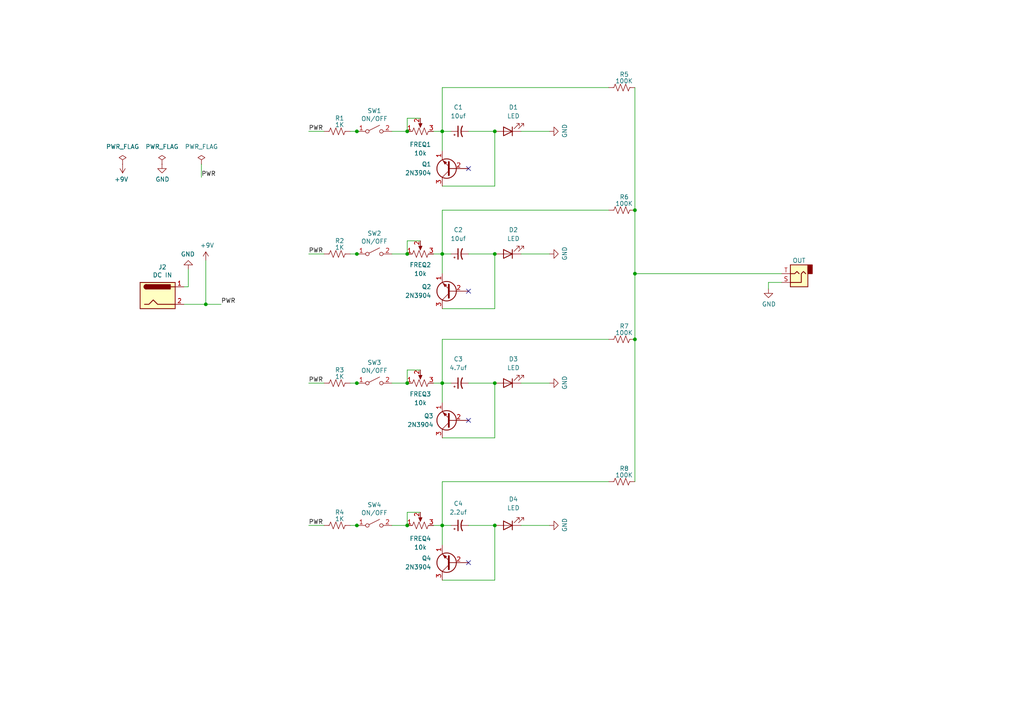
<source format=kicad_sch>
(kicad_sch (version 20211123) (generator eeschema)
  (paper "A4")
  (lib_symbols
    (symbol "Connector:AudioJack2"
      (property "Reference" "J" (at 0 8.89 0))
      (property "Value" "AudioJack2" (at 0 6.35 0))
      (symbol "AudioJack2_0_1"
        (rectangle (start -3.81 0) (end -2.54 -2.54) (stroke (width 0.254)) (fill (type outline)))
        (rectangle (start -2.54 3.81) (end 2.54 -2.54) (stroke (width 0.254)) (fill (type background)))
        (polyline (pts (xy 0 0) (xy 0.635 -0.635) (xy 1.27 0) (xy 2.54 0)) (stroke (width 0.254)))
        (polyline (pts (xy 2.54 2.54) (xy -0.635 2.54) (xy -0.635 0) (xy -1.27 -0.635) (xy -1.905 0)) (stroke (width 0.254)))
      )
      (symbol "AudioJack2_1_1"
        (pin passive line (at 5.08 2.54 180) (length 2.54) (name "~") (number "S"))
        (pin passive line (at 5.08 0 180) (length 2.54) (name "~") (number "T"))
      )
    )
    (symbol "Connector:Jack-DC" (pin_names (offset 1.016))
      (property "Reference" "J" (at 0 5.334 0))
      (property "Value" "Jack-DC" (at 0 -5.08 0))
      (symbol "Jack-DC_0_1"
        (rectangle (start -5.08 3.81) (end 5.08 -3.81) (stroke (width 0.254)) (fill (type background)))
        (arc (start -3.302 3.175) (mid -3.937 2.54) (end -3.302 1.905) (stroke (width 0.254)))
        (arc (start -3.302 3.175) (mid -3.937 2.54) (end -3.302 1.905) (stroke (width 0.254)) (fill (type outline)))
        (polyline (pts (xy 5.08 2.54) (xy 3.81 2.54)) (stroke (width 0.254)))
        (polyline (pts (xy -3.81 -2.54) (xy -2.54 -2.54) (xy -1.27 -1.27) (xy 0 -2.54) (xy 2.54 -2.54) (xy 5.08 -2.54)) (stroke (width 0.254)))
        (rectangle (start 3.683 3.175) (end -3.302 1.905) (stroke (width 0.254)) (fill (type outline)))
      )
      (symbol "Jack-DC_1_1"
        (pin passive line (at 7.62 2.54 180) (length 2.54) (name "~") (number "1"))
        (pin passive line (at 7.62 -2.54 180) (length 2.54) (name "~") (number "2"))
      )
    )
    (symbol "Device:C_Polarized_Small_US" (pin_numbers hide) (pin_names (offset 0.254) hide)
      (property "Reference" "C" (at 0.254 1.778 0))
      (property "Value" "C_Polarized_Small_US" (at 0.254 -2.032 0))
      (symbol "C_Polarized_Small_US_0_1"
        (polyline (pts (xy -1.524 0.508) (xy 1.524 0.508)) (stroke (width 0.3048)))
        (polyline (pts (xy -1.27 1.524) (xy -0.762 1.524)))
        (polyline (pts (xy -1.016 1.27) (xy -1.016 1.778)))
        (arc (start 1.524 -0.762) (mid 0 -0.3734) (end -1.524 -0.762) (stroke (width 0.3048)))
      )
      (symbol "C_Polarized_Small_US_1_1"
        (pin passive line (at 0 2.54 270) (length 2.032) (name "~") (number "1"))
        (pin passive line (at 0 -2.54 90) (length 2.032) (name "~") (number "2"))
      )
    )
    (symbol "Device:LED" (pin_numbers hide) (pin_names (offset 1.016) hide)
      (property "Reference" "D" (at 0 2.54 0))
      (property "Value" "LED" (at 0 -2.54 0))
      (symbol "LED_0_1"
        (polyline (pts (xy -1.27 -1.27) (xy -1.27 1.27)) (stroke (width 0.254)))
        (polyline (pts (xy -1.27 0) (xy 1.27 0)))
        (polyline (pts (xy 1.27 -1.27) (xy 1.27 1.27) (xy -1.27 0) (xy 1.27 -1.27)) (stroke (width 0.254)))
        (polyline (pts (xy -3.048 -0.762) (xy -4.572 -2.286) (xy -3.81 -2.286) (xy -4.572 -2.286) (xy -4.572 -1.524)))
        (polyline (pts (xy -1.778 -0.762) (xy -3.302 -2.286) (xy -2.54 -2.286) (xy -3.302 -2.286) (xy -3.302 -1.524)))
      )
      (symbol "LED_1_1"
        (pin passive line (at -3.81 0 0) (length 2.54) (name "K") (number "1"))
        (pin passive line (at 3.81 0 180) (length 2.54) (name "A") (number "2"))
      )
    )
    (symbol "Device:R_Potentiometer_US" (pin_names (offset 1.016) hide)
      (property "Reference" "RV" (at -4.445 0 90))
      (property "Value" "R_Potentiometer_US" (at -2.54 0 90))
      (symbol "R_Potentiometer_US_0_1"
        (polyline (pts (xy 0 -2.286) (xy 0 -2.54)))
        (polyline (pts (xy 0 2.54) (xy 0 2.286)))
        (polyline (pts (xy 2.54 0) (xy 1.524 0)))
        (polyline (pts (xy 1.143 0) (xy 2.286 0.508) (xy 2.286 -0.508) (xy 1.143 0)) (fill (type outline)))
        (polyline (pts (xy 0 -0.762) (xy 1.016 -1.143) (xy 0 -1.524) (xy -1.016 -1.905) (xy 0 -2.286)))
        (polyline (pts (xy 0 0.762) (xy 1.016 0.381) (xy 0 0) (xy -1.016 -0.381) (xy 0 -0.762)))
        (polyline (pts (xy 0 2.286) (xy 1.016 1.905) (xy 0 1.524) (xy -1.016 1.143) (xy 0 0.762)))
      )
      (symbol "R_Potentiometer_US_1_1"
        (pin passive line (at 0 3.81 270) (length 1.27) (name "1") (number "1"))
        (pin passive line (at 3.81 0 180) (length 1.27) (name "2") (number "2"))
        (pin passive line (at 0 -3.81 90) (length 1.27) (name "3") (number "3"))
      )
    )
    (symbol "Device:R_US" (pin_numbers hide) (pin_names (offset 0))
      (property "Reference" "R" (at 2.54 0 90))
      (property "Value" "R_US" (at -2.54 0 90))
      (symbol "R_US_0_1"
        (polyline (pts (xy 0 -2.286) (xy 0 -2.54)))
        (polyline (pts (xy 0 2.286) (xy 0 2.54)))
        (polyline (pts (xy 0 -0.762) (xy 1.016 -1.143) (xy 0 -1.524) (xy -1.016 -1.905) (xy 0 -2.286)))
        (polyline (pts (xy 0 0.762) (xy 1.016 0.381) (xy 0 0) (xy -1.016 -0.381) (xy 0 -0.762)))
        (polyline (pts (xy 0 2.286) (xy 1.016 1.905) (xy 0 1.524) (xy -1.016 1.143) (xy 0 0.762)))
      )
      (symbol "R_US_1_1"
        (pin passive line (at 0 3.81 270) (length 1.27) (name "~") (number "1"))
        (pin passive line (at 0 -3.81 90) (length 1.27) (name "~") (number "2"))
      )
    )
    (symbol "Switch:SW_SPST" (pin_names (offset 0) hide)
      (property "Reference" "SW" (at 0 3.175 0))
      (property "Value" "SW_SPST" (at 0 -2.54 0))
      (symbol "SW_SPST_0_0"
        (circle (center -2.032 0) (radius 0.508))
        (polyline (pts (xy -1.524 0.254) (xy 1.524 1.778)))
        (circle (center 2.032 0) (radius 0.508))
      )
      (symbol "SW_SPST_1_1"
        (pin passive line (at -5.08 0 0) (length 2.54) (name "A") (number "1"))
        (pin passive line (at 5.08 0 180) (length 2.54) (name "B") (number "2"))
      )
    )
    (symbol "Transistor_BJT:2N3904" (pin_names (offset 0) hide)
      (property "Reference" "Q" (at 5.08 1.905 0))
      (property "Value" "2N3904" (at 5.08 0 0))
      (symbol "2N3904_0_1"
        (polyline (pts (xy 0.635 0.635) (xy 2.54 2.54)))
        (polyline (pts (xy 0.635 -0.635) (xy 2.54 -2.54) (xy 2.54 -2.54)))
        (polyline (pts (xy 0.635 1.905) (xy 0.635 -1.905) (xy 0.635 -1.905)) (stroke (width 0.508)))
        (polyline (pts (xy 1.27 -1.778) (xy 1.778 -1.27) (xy 2.286 -2.286) (xy 1.27 -1.778) (xy 1.27 -1.778)) (fill (type outline)))
        (circle (center 1.27 0) (radius 2.8194) (stroke (width 0.254)))
      )
      (symbol "2N3904_1_1"
        (pin passive line (at 2.54 -5.08 90) (length 2.54) (name "E") (number "1"))
        (pin passive line (at -5.08 0 0) (length 5.715) (name "B") (number "2"))
        (pin passive line (at 2.54 5.08 270) (length 2.54) (name "C") (number "3"))
      )
    )
    (symbol "power:+9V" (power) (pin_names (offset 0))
      (property "Value" "+9V" (at 0 3.556 0))
      (symbol "+9V_0_1"
        (polyline (pts (xy -0.762 1.27) (xy 0 2.54)))
        (polyline (pts (xy 0 0) (xy 0 2.54)))
        (polyline (pts (xy 0 2.54) (xy 0.762 1.27)))
      )
      (symbol "+9V_1_1"
        (pin power_in line (at 0 0 90) (length 0) hide (name "+9V") (number "1"))
      )
    )
    (symbol "power:GND" (power) (pin_names (offset 0))
      (property "Value" "GND" (at 0 -3.81 0))
      (symbol "GND_0_1"
        (polyline (pts (xy 0 0) (xy 0 -1.27) (xy 1.27 -1.27) (xy 0 -2.54) (xy -1.27 -1.27) (xy 0 -1.27)))
      )
      (symbol "GND_1_1"
        (pin power_in line (at 0 0 270) (length 0) hide (name "GND") (number "1"))
      )
    )
    (symbol "power:PWR_FLAG" (power) (pin_numbers hide) (pin_names (offset 0) hide)
      (property "Value" "PWR_FLAG" (at 0 3.81 0))
      (symbol "PWR_FLAG_0_0"
        (pin power_out line (at 0 0 90) (length 0) (name "pwr") (number "1"))
      )
      (symbol "PWR_FLAG_0_1"
        (polyline (pts (xy 0 0) (xy 0 1.27) (xy -1.016 1.905) (xy 0 2.54) (xy 1.016 1.905) (xy 0 1.27)))
      )
    )
  )
  (junction (at 118.11 152.4))
  (junction (at 103.505 38.1))
  (junction (at 184.15 60.96))
  (junction (at 184.15 79.375))
  (junction (at 103.505 152.4))
  (junction (at 143.51 38.1))
  (junction (at 143.51 73.66))
  (junction (at 103.505 111.125))
  (junction (at 184.15 98.425))
  (junction (at 128.27 38.1))
  (junction (at 59.69 88.265))
  (junction (at 118.11 73.66))
  (junction (at 143.51 111.125))
  (junction (at 143.51 152.4))
  (junction (at 128.27 152.4))
  (junction (at 103.505 73.66))
  (junction (at 128.27 73.66))
  (junction (at 118.11 111.125))
  (junction (at 118.11 38.1))
  (junction (at 128.27 111.125))
  (no_connect (at 135.89 48.895))
  (no_connect (at 135.89 84.455))
  (no_connect (at 135.89 163.195))
  (no_connect (at 135.89 121.92))
  (wire (pts (xy 159.385 38.1) (xy 151.13 38.1)))
  (wire (pts (xy 118.11 38.1) (xy 118.11 34.29)))
  (wire (pts (xy 118.11 73.66) (xy 118.11 69.85)))
  (wire (pts (xy 58.42 47.625) (xy 58.42 51.435)))
  (wire (pts (xy 222.885 81.915) (xy 222.885 83.82)))
  (wire (pts (xy 125.73 73.66) (xy 128.27 73.66)))
  (wire (pts (xy 59.69 75.565) (xy 59.69 88.265)))
  (wire (pts (xy 128.27 168.275) (xy 143.51 168.275)))
  (wire (pts (xy 89.535 111.125) (xy 93.98 111.125)))
  (wire (pts (xy 128.27 139.7) (xy 128.27 152.4)))
  (wire (pts (xy 128.27 152.4) (xy 130.81 152.4)))
  (wire (pts (xy 125.73 111.125) (xy 128.27 111.125)))
  (wire (pts (xy 128.27 89.535) (xy 143.51 89.535)))
  (wire (pts (xy 184.15 79.375) (xy 184.15 98.425)))
  (wire (pts (xy 118.11 111.125) (xy 113.665 111.125)))
  (wire (pts (xy 101.6 111.125) (xy 103.505 111.125)))
  (wire (pts (xy 128.27 25.4) (xy 176.53 25.4)))
  (wire (pts (xy 143.51 127) (xy 143.51 111.125)))
  (wire (pts (xy 118.11 38.1) (xy 113.665 38.1)))
  (wire (pts (xy 64.135 88.265) (xy 59.69 88.265)))
  (wire (pts (xy 143.51 53.975) (xy 143.51 38.1)))
  (wire (pts (xy 143.51 38.1) (xy 135.89 38.1)))
  (wire (pts (xy 184.15 60.96) (xy 184.15 79.375)))
  (wire (pts (xy 128.27 79.375) (xy 128.27 73.66)))
  (wire (pts (xy 118.11 152.4) (xy 118.11 148.59)))
  (wire (pts (xy 101.6 152.4) (xy 103.505 152.4)))
  (wire (pts (xy 128.27 139.7) (xy 176.53 139.7)))
  (wire (pts (xy 118.11 111.125) (xy 118.11 107.315)))
  (wire (pts (xy 159.385 152.4) (xy 151.13 152.4)))
  (wire (pts (xy 125.73 38.1) (xy 128.27 38.1)))
  (wire (pts (xy 128.27 127) (xy 143.51 127)))
  (wire (pts (xy 143.51 111.125) (xy 135.89 111.125)))
  (wire (pts (xy 103.505 73.66) (xy 104.14 73.66)))
  (wire (pts (xy 118.11 152.4) (xy 113.665 152.4)))
  (wire (pts (xy 118.11 69.85) (xy 121.92 69.85)))
  (wire (pts (xy 143.51 152.4) (xy 135.89 152.4)))
  (wire (pts (xy 128.27 98.425) (xy 176.53 98.425)))
  (wire (pts (xy 103.505 152.4) (xy 104.14 152.4)))
  (wire (pts (xy 54.61 83.185) (xy 54.61 78.105)))
  (wire (pts (xy 143.51 73.66) (xy 135.89 73.66)))
  (wire (pts (xy 128.27 60.96) (xy 128.27 73.66)))
  (wire (pts (xy 159.385 111.125) (xy 151.13 111.125)))
  (wire (pts (xy 101.6 38.1) (xy 103.505 38.1)))
  (wire (pts (xy 128.27 53.975) (xy 143.51 53.975)))
  (wire (pts (xy 103.505 38.1) (xy 104.14 38.1)))
  (wire (pts (xy 53.34 88.265) (xy 59.69 88.265)))
  (wire (pts (xy 143.51 168.275) (xy 143.51 152.4)))
  (wire (pts (xy 128.27 158.115) (xy 128.27 152.4)))
  (wire (pts (xy 128.27 98.425) (xy 128.27 111.125)))
  (wire (pts (xy 101.6 73.66) (xy 103.505 73.66)))
  (wire (pts (xy 128.27 25.4) (xy 128.27 38.1)))
  (wire (pts (xy 184.15 25.4) (xy 184.15 60.96)))
  (wire (pts (xy 159.385 73.66) (xy 151.13 73.66)))
  (wire (pts (xy 184.15 98.425) (xy 184.15 139.7)))
  (wire (pts (xy 128.27 60.96) (xy 176.53 60.96)))
  (wire (pts (xy 118.11 107.315) (xy 121.92 107.315)))
  (wire (pts (xy 118.11 148.59) (xy 121.92 148.59)))
  (wire (pts (xy 125.73 152.4) (xy 128.27 152.4)))
  (wire (pts (xy 89.535 152.4) (xy 93.98 152.4)))
  (wire (pts (xy 89.535 73.66) (xy 93.98 73.66)))
  (wire (pts (xy 118.11 73.66) (xy 113.665 73.66)))
  (wire (pts (xy 128.27 111.125) (xy 130.81 111.125)))
  (wire (pts (xy 128.27 43.815) (xy 128.27 38.1)))
  (wire (pts (xy 128.27 38.1) (xy 130.81 38.1)))
  (wire (pts (xy 128.27 116.84) (xy 128.27 111.125)))
  (wire (pts (xy 226.695 81.915) (xy 222.885 81.915)))
  (wire (pts (xy 53.34 83.185) (xy 54.61 83.185)))
  (wire (pts (xy 128.27 73.66) (xy 130.81 73.66)))
  (wire (pts (xy 103.505 111.125) (xy 104.14 111.125)))
  (wire (pts (xy 118.11 34.29) (xy 121.92 34.29)))
  (wire (pts (xy 143.51 89.535) (xy 143.51 73.66)))
  (wire (pts (xy 184.15 79.375) (xy 226.695 79.375)))
  (wire (pts (xy 89.535 38.1) (xy 93.98 38.1)))
  (label "PWR" (at 89.535 38.1 0))
  (label "PWR" (at 89.535 73.66 0))
  (label "PWR" (at 64.135 88.265 0))
  (label "PWR" (at 89.535 152.4 0))
  (label "PWR" (at 89.535 111.125 0))
  (label "PWR" (at 58.42 51.435 0))
  (symbol (lib_id "Device:LED") (at 147.32 111.125 180) (unit 1)
    (property "Reference" "D3" (at 148.9075 104.14 0))
    (property "Value" "LED" (at 148.9075 106.68 0))
    (property "Footprint" "LED_THT:LED_D5.0mm" (effects hide))
  )
  (symbol (lib_id "Device:R_Potentiometer_US") (at 121.92 152.4 90) (unit 1)
    (property "Reference" "FREQ4" (at 121.92 156.21 90))
    (property "Value" "10k" (at 121.92 158.75 90))
    (property "Footprint" "Connector_Wire:SolderWire-0.75sqmm_1x03_P4.8mm_D1.25mm_OD2.3mm" (effects hide))
  )
  (symbol (lib_id "Transistor_BJT:2N3904") (at 130.81 84.455 180) (unit 1)
    (property "Reference" "Q2" (at 125.095 83.1849 0) (effects (justify left)))
    (property "Value" "2N3904" (at 125.095 85.7249 0) (effects (justify left)))
    (property "Footprint" "a_images:TO-92-2-modified" (effects hide))
    (property "Datasheet" "https://www.onsemi.com/pub/Collateral/2N3903-D.PDF" (effects hide))
  )
  (symbol (lib_id "Device:R_US") (at 180.34 60.96 90) (unit 1)
    (property "Reference" "R6" (at 179.705 57.15 90) (effects (justify right)))
    (property "Value" "100K" (at 178.435 59.055 90) (effects (justify right)))
    (property "Footprint" "Resistor_THT:R_Axial_DIN0207_L6.3mm_D2.5mm_P10.16mm_Horizontal" (effects hide))
  )
  (symbol (lib_id "Switch:SW_SPST") (at 108.585 73.66 0) (unit 1)
    (property "Reference" "SW2" (at 108.585 67.691 0))
    (property "Value" "ON/OFF" (at 108.585 70.0024 0))
    (property "Footprint" "Connector_Wire:SolderWire-0.75sqmm_1x03_P4.8mm_D1.25mm_OD2.3mm" (effects hide))
  )
  (symbol (lib_id "Transistor_BJT:2N3904") (at 130.81 163.195 180) (unit 1)
    (property "Reference" "Q4" (at 125.095 161.9249 0) (effects (justify left)))
    (property "Value" "2N3904" (at 125.095 164.4649 0) (effects (justify left)))
    (property "Footprint" "a_images:TO-92-2-modified" (effects hide))
    (property "Datasheet" "https://www.onsemi.com/pub/Collateral/2N3903-D.PDF" (effects hide))
  )
  (symbol (lib_id "Connector:Jack-DC") (at 45.72 85.725 0) (unit 1)
    (property "Reference" "J2" (at 47.117 77.47 0))
    (property "Value" "DC IN" (at 47.117 79.7814 0))
    (property "Footprint" "Connector_Wire:SolderWire-0.5sqmm_1x02_P4.6mm_D0.9mm_OD2.1mm" (effects hide))
  )
  (symbol (lib_id "Device:LED") (at 147.32 152.4 180) (unit 1)
    (property "Reference" "D4" (at 148.9075 144.78 0))
    (property "Value" "LED" (at 148.9075 147.32 0))
    (property "Footprint" "LED_THT:LED_D5.0mm" (effects hide))
  )
  (symbol (lib_id "Device:R_Potentiometer_US") (at 121.92 111.125 90) (unit 1)
    (property "Reference" "FREQ3" (at 121.92 114.3 90))
    (property "Value" "10k" (at 121.92 116.84 90))
    (property "Footprint" "Connector_Wire:SolderWire-0.75sqmm_1x03_P4.8mm_D1.25mm_OD2.3mm" (effects hide))
  )
  (symbol (lib_id "Connector:AudioJack2") (at 231.775 79.375 180) (unit 1)
    (property "Reference" "J1" (effects hide))
    (property "Value" "OUT" (at 231.775 75.565 0))
    (property "Footprint" "Connector_Wire:SolderWire-0.5sqmm_1x02_P4.6mm_D0.9mm_OD2.1mm" (effects hide))
  )
  (symbol (lib_id "power:+9V") (at 59.69 75.565 0) (unit 1)
    (property "Reference" "#PWR0108" (effects hide))
    (property "Value" "+9V" (at 60.071 71.1708 0))
  )
  (symbol (lib_id "Switch:SW_SPST") (at 108.585 38.1 0) (unit 1)
    (property "Reference" "SW1" (at 108.585 32.131 0))
    (property "Value" "ON/OFF" (at 108.585 34.4424 0))
    (property "Footprint" "Connector_Wire:SolderWire-0.75sqmm_1x03_P4.8mm_D1.25mm_OD2.3mm" (effects hide))
  )
  (symbol (lib_id "Device:R_US") (at 180.34 139.7 90) (unit 1)
    (property "Reference" "R8" (at 179.705 135.89 90) (effects (justify right)))
    (property "Value" "100K" (at 178.435 137.795 90) (effects (justify right)))
    (property "Footprint" "Resistor_THT:R_Axial_DIN0207_L6.3mm_D2.5mm_P10.16mm_Horizontal" (effects hide))
  )
  (symbol (lib_id "Device:R_US") (at 97.79 73.66 90) (unit 1)
    (property "Reference" "R2" (at 97.155 69.85 90) (effects (justify right)))
    (property "Value" "1K" (at 97.155 71.755 90) (effects (justify right)))
    (property "Footprint" "Resistor_THT:R_Axial_DIN0207_L6.3mm_D2.5mm_P10.16mm_Horizontal" (effects hide))
  )
  (symbol (lib_id "Device:C_Polarized_Small_US") (at 133.35 38.1 90) (unit 1)
    (property "Reference" "C1" (at 132.9182 31.115 90))
    (property "Value" "10uf" (at 132.9182 33.655 90))
    (property "Footprint" "Capacitor_THT:CP_Radial_D5.0mm_P2.50mm" (effects hide))
  )
  (symbol (lib_id "Device:LED") (at 147.32 73.66 180) (unit 1)
    (property "Reference" "D2" (at 148.9075 66.675 0))
    (property "Value" "LED" (at 148.9075 69.215 0))
    (property "Footprint" "LED_THT:LED_D5.0mm" (effects hide))
  )
  (symbol (lib_id "Transistor_BJT:2N3904") (at 130.81 121.92 180) (unit 1)
    (property "Reference" "Q3" (at 125.73 120.6499 0) (effects (justify left)))
    (property "Value" "2N3904" (at 125.73 123.1899 0) (effects (justify left)))
    (property "Footprint" "a_images:TO-92-2-modified" (effects hide))
    (property "Datasheet" "https://www.onsemi.com/pub/Collateral/2N3903-D.PDF" (effects hide))
  )
  (symbol (lib_id "power:GND") (at 159.385 73.66 90) (unit 1)
    (property "Reference" "#PWR0102" (effects hide))
    (property "Value" "GND" (at 163.7792 73.533 0))
  )
  (symbol (lib_id "Device:R_US") (at 97.79 38.1 90) (unit 1)
    (property "Reference" "R1" (at 97.155 34.29 90) (effects (justify right)))
    (property "Value" "1K" (at 97.155 36.195 90) (effects (justify right)))
    (property "Footprint" "Resistor_THT:R_Axial_DIN0207_L6.3mm_D2.5mm_P10.16mm_Horizontal" (effects hide))
  )
  (symbol (lib_id "Device:R_Potentiometer_US") (at 121.92 38.1 90) (unit 1)
    (property "Reference" "FREQ1" (at 121.92 41.91 90))
    (property "Value" "10k" (at 121.92 44.45 90))
    (property "Footprint" "Connector_Wire:SolderWire-0.75sqmm_1x03_P4.8mm_D1.25mm_OD2.3mm" (effects hide))
  )
  (symbol (lib_id "power:PWR_FLAG") (at 58.42 47.625 0) (unit 1)
    (property "Reference" "#FLG0101" (effects hide))
    (property "Value" "PWR_FLAG" (at 58.42 42.545 0))
  )
  (symbol (lib_id "Device:LED") (at 147.32 38.1 180) (unit 1)
    (property "Reference" "D1" (at 148.9075 31.115 0))
    (property "Value" "LED" (at 148.9075 33.655 0))
    (property "Footprint" "LED_THT:LED_D5.0mm" (effects hide))
  )
  (symbol (lib_id "Device:C_Polarized_Small_US") (at 133.35 73.66 90) (unit 1)
    (property "Reference" "C2" (at 132.9182 66.675 90))
    (property "Value" "10uf" (at 132.9182 69.215 90))
    (property "Footprint" "Capacitor_THT:CP_Radial_D5.0mm_P2.50mm" (effects hide))
  )
  (symbol (lib_id "Device:R_US") (at 180.34 25.4 90) (unit 1)
    (property "Reference" "R5" (at 179.705 21.59 90) (effects (justify right)))
    (property "Value" "100K" (at 178.435 23.495 90) (effects (justify right)))
    (property "Footprint" "Resistor_THT:R_Axial_DIN0207_L6.3mm_D2.5mm_P10.16mm_Horizontal" (effects hide))
  )
  (symbol (lib_id "Switch:SW_SPST") (at 108.585 152.4 0) (unit 1)
    (property "Reference" "SW4" (at 108.585 146.431 0))
    (property "Value" "ON/OFF" (at 108.585 148.7424 0))
    (property "Footprint" "Connector_Wire:SolderWire-0.75sqmm_1x03_P4.8mm_D1.25mm_OD2.3mm" (effects hide))
  )
  (symbol (lib_id "Device:C_Polarized_Small_US") (at 133.35 152.4 90) (unit 1)
    (property "Reference" "C4" (at 132.9182 146.05 90))
    (property "Value" "2.2uf" (at 132.9182 148.59 90))
    (property "Footprint" "Capacitor_THT:CP_Radial_D5.0mm_P2.50mm" (effects hide))
  )
  (symbol (lib_id "power:GND") (at 46.99 47.625 0) (unit 1)
    (property "Reference" "#PWR_FLAG0101" (effects hide))
    (property "Value" "GND" (at 47.117 52.0192 0))
  )
  (symbol (lib_id "Transistor_BJT:2N3904") (at 130.81 48.895 180) (unit 1)
    (property "Reference" "Q1" (at 125.095 47.6249 0) (effects (justify left)))
    (property "Value" "2N3904" (at 125.095 50.1649 0) (effects (justify left)))
    (property "Footprint" "a_images:TO-92-2-modified" (effects hide))
    (property "Datasheet" "https://www.onsemi.com/pub/Collateral/2N3903-D.PDF" (effects hide))
  )
  (symbol (lib_id "Device:R_US") (at 180.34 98.425 90) (unit 1)
    (property "Reference" "R7" (at 179.705 94.615 90) (effects (justify right)))
    (property "Value" "100K" (at 178.435 96.52 90) (effects (justify right)))
    (property "Footprint" "Resistor_THT:R_Axial_DIN0207_L6.3mm_D2.5mm_P10.16mm_Horizontal" (effects hide))
  )
  (symbol (lib_id "power:GND") (at 159.385 152.4 90) (unit 1)
    (property "Reference" "#PWR0105" (effects hide))
    (property "Value" "GND" (at 163.7792 152.273 0))
  )
  (symbol (lib_id "power:GND") (at 159.385 111.125 90) (unit 1)
    (property "Reference" "#PWR0106" (effects hide))
    (property "Value" "GND" (at 163.7792 110.998 0))
  )
  (symbol (lib_id "Device:R_US") (at 97.79 111.125 90) (unit 1)
    (property "Reference" "R3" (at 97.155 107.315 90) (effects (justify right)))
    (property "Value" "1K" (at 97.155 109.22 90) (effects (justify right)))
    (property "Footprint" "Resistor_THT:R_Axial_DIN0207_L6.3mm_D2.5mm_P10.16mm_Horizontal" (effects hide))
  )
  (symbol (lib_id "power:+9V") (at 35.56 47.625 180) (unit 1)
    (property "Reference" "#PWR0104" (effects hide))
    (property "Value" "+9V" (at 35.179 52.0192 0))
  )
  (symbol (lib_id "Device:R_US") (at 97.79 152.4 90) (unit 1)
    (property "Reference" "R4" (at 97.155 148.59 90) (effects (justify right)))
    (property "Value" "1K" (at 97.155 150.495 90) (effects (justify right)))
    (property "Footprint" "Resistor_THT:R_Axial_DIN0207_L6.3mm_D2.5mm_P10.16mm_Horizontal" (effects hide))
  )
  (symbol (lib_id "Device:C_Polarized_Small_US") (at 133.35 111.125 90) (unit 1)
    (property "Reference" "C3" (at 132.9182 104.14 90))
    (property "Value" "4.7uf" (at 132.9182 106.68 90))
    (property "Footprint" "Capacitor_THT:CP_Radial_D5.0mm_P2.50mm" (effects hide))
  )
  (symbol (lib_id "power:GND") (at 159.385 38.1 90) (unit 1)
    (property "Reference" "#PWR0101" (effects hide))
    (property "Value" "GND" (at 163.7792 37.973 0))
  )
  (symbol (lib_id "power:GND") (at 54.61 78.105 180) (unit 1)
    (property "Reference" "#PWR0109" (effects hide))
    (property "Value" "GND" (at 54.483 73.7108 0))
  )
  (symbol (lib_id "power:PWR_FLAG") (at 46.99 47.625 0) (unit 1)
    (property "Reference" "#FLG0102" (effects hide))
    (property "Value" "PWR_FLAG" (at 46.99 42.545 0))
  )
  (symbol (lib_id "power:PWR_FLAG") (at 35.56 47.625 0) (unit 1)
    (property "Reference" "#FLG0103" (effects hide))
    (property "Value" "PWR_FLAG" (at 35.56 42.545 0))
  )
  (symbol (lib_id "power:GND") (at 222.885 83.82 0) (unit 1)
    (property "Reference" "#PWR0103" (effects hide))
    (property "Value" "GND" (at 223.012 88.2142 0))
  )
  (symbol (lib_id "Device:R_Potentiometer_US") (at 121.92 73.66 90) (unit 1)
    (property "Reference" "FREQ2" (at 121.92 76.835 90))
    (property "Value" "10k" (at 121.92 79.375 90))
    (property "Footprint" "Connector_Wire:SolderWire-0.75sqmm_1x03_P4.8mm_D1.25mm_OD2.3mm" (effects hide))
  )
  (symbol (lib_id "Switch:SW_SPST") (at 108.585 111.125 0) (unit 1)
    (property "Reference" "SW3" (at 108.585 105.156 0))
    (property "Value" "ON/OFF" (at 108.585 107.4674 0))
    (property "Footprint" "Connector_Wire:SolderWire-0.75sqmm_1x03_P4.8mm_D1.25mm_OD2.3mm" (effects hide))
  )
)
</source>
